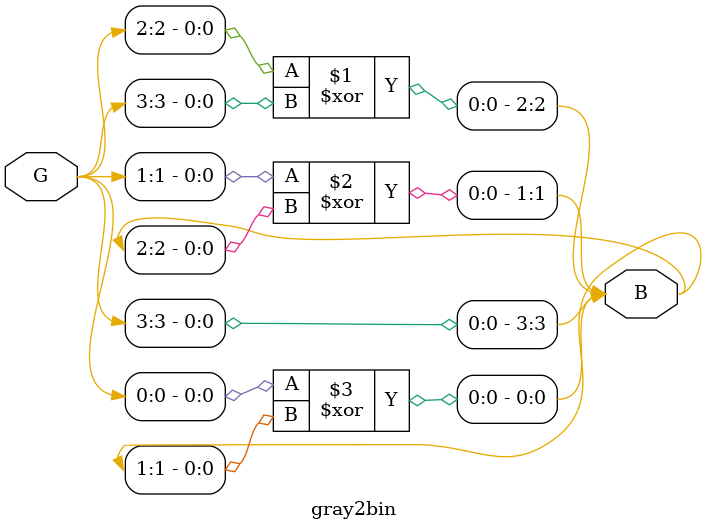
<source format=v>
`timescale 1ns / 1ps

module gray2bin(
output [3:0]B,
input [3:0]G
    );
 assign B[3]=G[3];
 assign B[2]=G[2]^B[3];
 assign B[1]=G[1]^B[2];
 assign B[0]=G[0]^B[1];
endmodule

</source>
